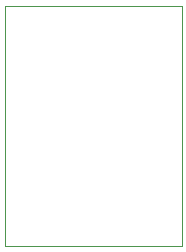
<source format=gm1>
G04 #@! TF.GenerationSoftware,KiCad,Pcbnew,9.0.1+1*
G04 #@! TF.CreationDate,2025-11-12T15:34:57+00:00*
G04 #@! TF.ProjectId,megaphone-low-current-dc-dc-converter,6d656761-7068-46f6-9e65-2d6c6f772d63,0.2*
G04 #@! TF.SameCoordinates,Original*
G04 #@! TF.FileFunction,Profile,NP*
%FSLAX46Y46*%
G04 Gerber Fmt 4.6, Leading zero omitted, Abs format (unit mm)*
G04 Created by KiCad (PCBNEW 9.0.1+1) date 2025-11-12 15:34:57*
%MOMM*%
%LPD*%
G01*
G04 APERTURE LIST*
G04 #@! TA.AperFunction,Profile*
%ADD10C,0.050000*%
G04 #@! TD*
G04 APERTURE END LIST*
D10*
X112735000Y-65405000D02*
X112735000Y-85725000D01*
X127735000Y-65405000D02*
X112735000Y-65405000D01*
X127735000Y-65405000D02*
X127735000Y-85725000D01*
X127735000Y-85725000D02*
X112735000Y-85725000D01*
M02*

</source>
